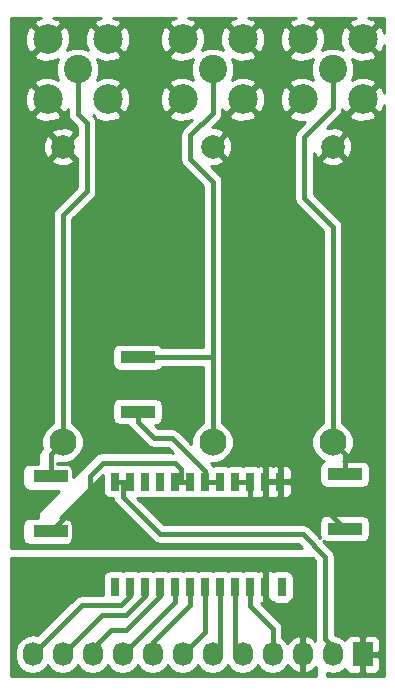
<source format=gbr>
G04 #@! TF.FileFunction,Copper,L1,Top,Signal*
%FSLAX46Y46*%
G04 Gerber Fmt 4.6, Leading zero omitted, Abs format (unit mm)*
G04 Created by KiCad (PCBNEW 4.0.1-stable) date 2/4/2016 3:15:42 PM*
%MOMM*%
G01*
G04 APERTURE LIST*
%ADD10C,0.100000*%
%ADD11R,1.727200X2.032000*%
%ADD12O,1.727200X2.032000*%
%ADD13R,0.762000X1.524000*%
%ADD14C,2.400000*%
%ADD15C,2.500000*%
%ADD16R,3.000000X1.000000*%
%ADD17C,1.998980*%
%ADD18C,2.301240*%
%ADD19C,0.400000*%
%ADD20C,0.254000*%
G04 APERTURE END LIST*
D10*
D11*
X162560000Y-123190000D03*
D12*
X160020000Y-123190000D03*
X157480000Y-123190000D03*
X154940000Y-123190000D03*
X152400000Y-123190000D03*
X149860000Y-123190000D03*
X147320000Y-123190000D03*
X144780000Y-123190000D03*
X142240000Y-123190000D03*
X139700000Y-123190000D03*
X137160000Y-123190000D03*
X134620000Y-123190000D03*
D13*
X141605000Y-117480000D03*
X142875000Y-117480000D03*
X144145000Y-117480000D03*
X145415000Y-117480000D03*
X146685000Y-117480000D03*
X147955000Y-117480000D03*
X149225000Y-117480000D03*
X150495000Y-117480000D03*
X151765000Y-117480000D03*
X153035000Y-117480000D03*
X154305000Y-117480000D03*
X155702000Y-117480000D03*
X141605000Y-108580000D03*
X142875000Y-108580000D03*
X144145000Y-108580000D03*
X145415000Y-108580000D03*
X146685000Y-108580000D03*
X147955000Y-108580000D03*
X149225000Y-108580000D03*
X150495000Y-108580000D03*
X151765000Y-108580000D03*
X153035000Y-108580000D03*
X154305000Y-108580000D03*
X155575000Y-108580000D03*
D14*
X160020000Y-73660000D03*
D15*
X157480000Y-71120000D03*
X162560000Y-71120000D03*
X162560000Y-76200000D03*
X157480000Y-76200000D03*
D14*
X149860000Y-73660000D03*
D15*
X147320000Y-71120000D03*
X152400000Y-71120000D03*
X152400000Y-76200000D03*
X147320000Y-76200000D03*
D14*
X138430000Y-73660000D03*
D15*
X135890000Y-71120000D03*
X140970000Y-71120000D03*
X140970000Y-76200000D03*
X135890000Y-76200000D03*
D16*
X161036000Y-107936000D03*
X161036000Y-112536000D03*
X143510000Y-98030000D03*
X143510000Y-102630000D03*
X136144000Y-108116340D03*
X136144000Y-112716340D03*
D17*
X160020000Y-80210660D03*
D18*
X160020000Y-105209340D03*
D17*
X149860000Y-80210660D03*
D18*
X149860000Y-105209340D03*
D17*
X137160000Y-80210660D03*
D18*
X137160000Y-105209340D03*
D19*
X160020000Y-123190000D02*
X160020000Y-122555000D01*
X160020000Y-122555000D02*
X159385000Y-121920000D01*
X159385000Y-121920000D02*
X159385000Y-114935000D01*
X159385000Y-114935000D02*
X157480000Y-113030000D01*
X157480000Y-113030000D02*
X145415000Y-113030000D01*
X145415000Y-113030000D02*
X142240000Y-109855000D01*
X142240000Y-109855000D02*
X142240000Y-108580000D01*
X141605000Y-108580000D02*
X142240000Y-108580000D01*
X142240000Y-108580000D02*
X142875000Y-108580000D01*
X154305000Y-108580000D02*
X155575000Y-108580000D01*
X154305000Y-117480000D02*
X154305000Y-118364000D01*
X154305000Y-118364000D02*
X155575000Y-119634000D01*
X157480000Y-120777000D02*
X157480000Y-123190000D01*
X156337000Y-119634000D02*
X157480000Y-120777000D01*
X155575000Y-119634000D02*
X156337000Y-119634000D01*
X154305000Y-117480000D02*
X154305000Y-118110000D01*
X153035000Y-117480000D02*
X153035000Y-119126000D01*
X153035000Y-119126000D02*
X154940000Y-121031000D01*
X154940000Y-121031000D02*
X154940000Y-123190000D01*
X151765000Y-117480000D02*
X151765000Y-122555000D01*
X151765000Y-122555000D02*
X152400000Y-123190000D01*
X150495000Y-117480000D02*
X150495000Y-122555000D01*
X150495000Y-122555000D02*
X149860000Y-123190000D01*
X149225000Y-117480000D02*
X149225000Y-121285000D01*
X149225000Y-121285000D02*
X147320000Y-123190000D01*
X147955000Y-117480000D02*
X147955000Y-118999000D01*
X147955000Y-118999000D02*
X144780000Y-122174000D01*
X144780000Y-122174000D02*
X144780000Y-123190000D01*
X146685000Y-117480000D02*
X146685000Y-118745000D01*
X146685000Y-118745000D02*
X142240000Y-123190000D01*
X146685000Y-117480000D02*
X146685000Y-118110000D01*
X145415000Y-117480000D02*
X145415000Y-118237000D01*
X145415000Y-118237000D02*
X142494000Y-121158000D01*
X142494000Y-121158000D02*
X141224000Y-121158000D01*
X141224000Y-121158000D02*
X139700000Y-122682000D01*
X139700000Y-122682000D02*
X139700000Y-123190000D01*
X144145000Y-117480000D02*
X144145000Y-118237000D01*
X144145000Y-118237000D02*
X142494000Y-119888000D01*
X142494000Y-119888000D02*
X140462000Y-119888000D01*
X140462000Y-119888000D02*
X137160000Y-123190000D01*
X142875000Y-117480000D02*
X142875000Y-118237000D01*
X142875000Y-118237000D02*
X142113000Y-118999000D01*
X142113000Y-118999000D02*
X138811000Y-118999000D01*
X138811000Y-118999000D02*
X134620000Y-123190000D01*
X161036000Y-107936000D02*
X161036000Y-106225340D01*
X161036000Y-106225340D02*
X160020000Y-105209340D01*
X160020000Y-73660000D02*
X160020000Y-76962000D01*
X160020000Y-86995000D02*
X160020000Y-105209340D01*
X157607000Y-84582000D02*
X160020000Y-86995000D01*
X157607000Y-79375000D02*
X157607000Y-84582000D01*
X160020000Y-76962000D02*
X157607000Y-79375000D01*
X153035000Y-108580000D02*
X153035000Y-110109000D01*
X159371000Y-110871000D02*
X161036000Y-112536000D01*
X153797000Y-110871000D02*
X159371000Y-110871000D01*
X153035000Y-110109000D02*
X153797000Y-110871000D01*
X151765000Y-108580000D02*
X153035000Y-108580000D01*
X143510000Y-98030000D02*
X149860000Y-98030000D01*
X149860000Y-98030000D02*
X149860000Y-97917000D01*
X149860000Y-105209340D02*
X149860000Y-97917000D01*
X149860000Y-97917000D02*
X149860000Y-83185000D01*
X149860000Y-77343000D02*
X149860000Y-73660000D01*
X147955000Y-79248000D02*
X149860000Y-77343000D01*
X147955000Y-81280000D02*
X147955000Y-79248000D01*
X149860000Y-83185000D02*
X147955000Y-81280000D01*
X149225000Y-108580000D02*
X149225000Y-107696000D01*
X143510000Y-103505000D02*
X143510000Y-102630000D01*
X144907000Y-104902000D02*
X143510000Y-103505000D01*
X146431000Y-104902000D02*
X144907000Y-104902000D01*
X149225000Y-107696000D02*
X146431000Y-104902000D01*
X149225000Y-108580000D02*
X150495000Y-108580000D01*
X136144000Y-108116340D02*
X136144000Y-106225340D01*
X136144000Y-106225340D02*
X137160000Y-105209340D01*
X137160000Y-105209340D02*
X137160000Y-85979000D01*
X138430000Y-77470000D02*
X138430000Y-73660000D01*
X139192000Y-78232000D02*
X138430000Y-77470000D01*
X139192000Y-83947000D02*
X139192000Y-78232000D01*
X137160000Y-85979000D02*
X139192000Y-83947000D01*
X147193000Y-108580000D02*
X147193000Y-107495340D01*
X139446000Y-109414340D02*
X136144000Y-112716340D01*
X139446000Y-108130340D02*
X139446000Y-109414340D01*
X140589000Y-106987340D02*
X139446000Y-108130340D01*
X146685000Y-106987340D02*
X140589000Y-106987340D01*
X147193000Y-107495340D02*
X146685000Y-106987340D01*
X146685000Y-108580000D02*
X147193000Y-108580000D01*
X147193000Y-108580000D02*
X147320000Y-108580000D01*
X147320000Y-108580000D02*
X147955000Y-108580000D01*
D20*
G36*
X134865533Y-69493877D02*
X134736285Y-69786680D01*
X135890000Y-70940395D01*
X137043715Y-69786680D01*
X136914467Y-69493877D01*
X136382271Y-69290000D01*
X140437736Y-69290000D01*
X139945533Y-69493877D01*
X139816285Y-69786680D01*
X140970000Y-70940395D01*
X142123715Y-69786680D01*
X141994467Y-69493877D01*
X141462271Y-69290000D01*
X146787736Y-69290000D01*
X146295533Y-69493877D01*
X146166285Y-69786680D01*
X147320000Y-70940395D01*
X148473715Y-69786680D01*
X148344467Y-69493877D01*
X147812271Y-69290000D01*
X151867736Y-69290000D01*
X151375533Y-69493877D01*
X151246285Y-69786680D01*
X152400000Y-70940395D01*
X153553715Y-69786680D01*
X153424467Y-69493877D01*
X152892271Y-69290000D01*
X156947736Y-69290000D01*
X156455533Y-69493877D01*
X156326285Y-69786680D01*
X157480000Y-70940395D01*
X158633715Y-69786680D01*
X158504467Y-69493877D01*
X157972271Y-69290000D01*
X162027736Y-69290000D01*
X161535533Y-69493877D01*
X161406285Y-69786680D01*
X162560000Y-70940395D01*
X163713715Y-69786680D01*
X163584467Y-69493877D01*
X163052271Y-69290000D01*
X164390000Y-69290000D01*
X164390000Y-70587736D01*
X164186123Y-70095533D01*
X163893320Y-69966285D01*
X162739605Y-71120000D01*
X163893320Y-72273715D01*
X164186123Y-72144467D01*
X164390000Y-71612271D01*
X164390000Y-75667736D01*
X164186123Y-75175533D01*
X163893320Y-75046285D01*
X162739605Y-76200000D01*
X163893320Y-77353715D01*
X164186123Y-77224467D01*
X164390000Y-76692271D01*
X164390000Y-125020000D01*
X159512000Y-125020000D01*
X159512000Y-124772298D01*
X160020000Y-124873345D01*
X160593489Y-124759271D01*
X161079670Y-124434415D01*
X161094500Y-124412220D01*
X161158073Y-124565698D01*
X161336701Y-124744327D01*
X161570090Y-124841000D01*
X162274250Y-124841000D01*
X162433000Y-124682250D01*
X162433000Y-123317000D01*
X162687000Y-123317000D01*
X162687000Y-124682250D01*
X162845750Y-124841000D01*
X163549910Y-124841000D01*
X163783299Y-124744327D01*
X163961927Y-124565698D01*
X164058600Y-124332309D01*
X164058600Y-123475750D01*
X163899850Y-123317000D01*
X162687000Y-123317000D01*
X162433000Y-123317000D01*
X162413000Y-123317000D01*
X162413000Y-123063000D01*
X162433000Y-123063000D01*
X162433000Y-121697750D01*
X162687000Y-121697750D01*
X162687000Y-123063000D01*
X163899850Y-123063000D01*
X164058600Y-122904250D01*
X164058600Y-122047691D01*
X163961927Y-121814302D01*
X163783299Y-121635673D01*
X163549910Y-121539000D01*
X162845750Y-121539000D01*
X162687000Y-121697750D01*
X162433000Y-121697750D01*
X162274250Y-121539000D01*
X161570090Y-121539000D01*
X161336701Y-121635673D01*
X161158073Y-121814302D01*
X161094500Y-121967780D01*
X161079670Y-121945585D01*
X160593489Y-121620729D01*
X160220000Y-121546437D01*
X160220000Y-114935000D01*
X160156439Y-114615459D01*
X159975434Y-114344566D01*
X159218404Y-113587536D01*
X159284110Y-113632431D01*
X159536000Y-113683440D01*
X162536000Y-113683440D01*
X162771317Y-113639162D01*
X162987441Y-113500090D01*
X163132431Y-113287890D01*
X163183440Y-113036000D01*
X163183440Y-112036000D01*
X163139162Y-111800683D01*
X163000090Y-111584559D01*
X162787890Y-111439569D01*
X162536000Y-111388560D01*
X159536000Y-111388560D01*
X159300683Y-111432838D01*
X159084559Y-111571910D01*
X158939569Y-111784110D01*
X158888560Y-112036000D01*
X158888560Y-113036000D01*
X158932838Y-113271317D01*
X158988164Y-113357296D01*
X158070434Y-112439566D01*
X157799541Y-112258561D01*
X157480000Y-112195000D01*
X145760868Y-112195000D01*
X143503312Y-109937444D01*
X143507099Y-109935007D01*
X143512110Y-109938431D01*
X143764000Y-109989440D01*
X144526000Y-109989440D01*
X144761317Y-109945162D01*
X144777099Y-109935007D01*
X144782110Y-109938431D01*
X145034000Y-109989440D01*
X145796000Y-109989440D01*
X146031317Y-109945162D01*
X146047099Y-109935007D01*
X146052110Y-109938431D01*
X146304000Y-109989440D01*
X147066000Y-109989440D01*
X147301317Y-109945162D01*
X147317099Y-109935007D01*
X147322110Y-109938431D01*
X147574000Y-109989440D01*
X148336000Y-109989440D01*
X148571317Y-109945162D01*
X148587099Y-109935007D01*
X148592110Y-109938431D01*
X148844000Y-109989440D01*
X149606000Y-109989440D01*
X149841317Y-109945162D01*
X149857099Y-109935007D01*
X149862110Y-109938431D01*
X150114000Y-109989440D01*
X150876000Y-109989440D01*
X151111317Y-109945162D01*
X151127099Y-109935007D01*
X151132110Y-109938431D01*
X151384000Y-109989440D01*
X152146000Y-109989440D01*
X152381317Y-109945162D01*
X152397099Y-109935007D01*
X152402110Y-109938431D01*
X152654000Y-109989440D01*
X153416000Y-109989440D01*
X153651317Y-109945162D01*
X153678539Y-109927645D01*
X153797691Y-109977000D01*
X154019250Y-109977000D01*
X154178000Y-109818250D01*
X154178000Y-108707000D01*
X154432000Y-108707000D01*
X154432000Y-109818250D01*
X154590750Y-109977000D01*
X154812309Y-109977000D01*
X154940000Y-109924109D01*
X155067691Y-109977000D01*
X155289250Y-109977000D01*
X155448000Y-109818250D01*
X155448000Y-108707000D01*
X155702000Y-108707000D01*
X155702000Y-109818250D01*
X155860750Y-109977000D01*
X156082309Y-109977000D01*
X156315698Y-109880327D01*
X156494327Y-109701699D01*
X156591000Y-109468310D01*
X156591000Y-108865750D01*
X156432250Y-108707000D01*
X155702000Y-108707000D01*
X155448000Y-108707000D01*
X154432000Y-108707000D01*
X154178000Y-108707000D01*
X154158000Y-108707000D01*
X154158000Y-108453000D01*
X154178000Y-108453000D01*
X154178000Y-107341750D01*
X154432000Y-107341750D01*
X154432000Y-108453000D01*
X155448000Y-108453000D01*
X155448000Y-107341750D01*
X155702000Y-107341750D01*
X155702000Y-108453000D01*
X156432250Y-108453000D01*
X156591000Y-108294250D01*
X156591000Y-107691690D01*
X156494327Y-107458301D01*
X156315698Y-107279673D01*
X156082309Y-107183000D01*
X155860750Y-107183000D01*
X155702000Y-107341750D01*
X155448000Y-107341750D01*
X155289250Y-107183000D01*
X155067691Y-107183000D01*
X154940000Y-107235891D01*
X154812309Y-107183000D01*
X154590750Y-107183000D01*
X154432000Y-107341750D01*
X154178000Y-107341750D01*
X154019250Y-107183000D01*
X153797691Y-107183000D01*
X153681737Y-107231030D01*
X153667890Y-107221569D01*
X153416000Y-107170560D01*
X152654000Y-107170560D01*
X152418683Y-107214838D01*
X152402901Y-107224993D01*
X152397890Y-107221569D01*
X152146000Y-107170560D01*
X151384000Y-107170560D01*
X151148683Y-107214838D01*
X151132901Y-107224993D01*
X151127890Y-107221569D01*
X150876000Y-107170560D01*
X150114000Y-107170560D01*
X149887357Y-107213206D01*
X149815434Y-107105566D01*
X149704693Y-106994825D01*
X150213623Y-106995269D01*
X150870151Y-106723997D01*
X151372892Y-106222133D01*
X151645309Y-105566080D01*
X151645929Y-104855717D01*
X151374657Y-104199189D01*
X150872793Y-103696448D01*
X150695000Y-103622622D01*
X150695000Y-83185000D01*
X150631439Y-82865459D01*
X150450434Y-82594566D01*
X149707775Y-81851907D01*
X150245377Y-81832001D01*
X150733958Y-81629625D01*
X150832557Y-81362823D01*
X149860000Y-80390265D01*
X149845858Y-80404408D01*
X149666252Y-80224802D01*
X149680395Y-80210660D01*
X150039605Y-80210660D01*
X151012163Y-81183217D01*
X151278965Y-81084618D01*
X151505401Y-80475078D01*
X151481341Y-79825283D01*
X151278965Y-79336702D01*
X151012163Y-79238103D01*
X150039605Y-80210660D01*
X149680395Y-80210660D01*
X149666252Y-80196518D01*
X149845858Y-80016912D01*
X149860000Y-80031055D01*
X150832557Y-79058497D01*
X150733958Y-78791695D01*
X150124418Y-78565259D01*
X149806850Y-78577018D01*
X150450434Y-77933434D01*
X150584066Y-77733439D01*
X150631439Y-77662541D01*
X150657142Y-77533320D01*
X151246285Y-77533320D01*
X151375533Y-77826123D01*
X152075806Y-78094388D01*
X152825435Y-78074250D01*
X153424467Y-77826123D01*
X153553715Y-77533320D01*
X152400000Y-76379605D01*
X151246285Y-77533320D01*
X150657142Y-77533320D01*
X150695000Y-77343000D01*
X150695000Y-77034041D01*
X150773877Y-77224467D01*
X151066680Y-77353715D01*
X152220395Y-76200000D01*
X152579605Y-76200000D01*
X153733320Y-77353715D01*
X154026123Y-77224467D01*
X154294388Y-76524194D01*
X154276970Y-75875806D01*
X155585612Y-75875806D01*
X155605750Y-76625435D01*
X155853877Y-77224467D01*
X156146680Y-77353715D01*
X157300395Y-76200000D01*
X156146680Y-75046285D01*
X155853877Y-75175533D01*
X155585612Y-75875806D01*
X154276970Y-75875806D01*
X154274250Y-75774565D01*
X154026123Y-75175533D01*
X153733320Y-75046285D01*
X152579605Y-76200000D01*
X152220395Y-76200000D01*
X152206253Y-76185858D01*
X152385858Y-76006253D01*
X152400000Y-76020395D01*
X153553715Y-74866680D01*
X153424467Y-74573877D01*
X152724194Y-74305612D01*
X151974565Y-74325750D01*
X151486524Y-74527903D01*
X151694681Y-74026605D01*
X151695318Y-73296597D01*
X151485231Y-72788147D01*
X152075806Y-73014388D01*
X152825435Y-72994250D01*
X153424467Y-72746123D01*
X153553715Y-72453320D01*
X156326285Y-72453320D01*
X156455533Y-72746123D01*
X157155806Y-73014388D01*
X157905435Y-72994250D01*
X158393476Y-72792097D01*
X158185319Y-73293395D01*
X158184682Y-74023403D01*
X158394769Y-74531853D01*
X157804194Y-74305612D01*
X157054565Y-74325750D01*
X156455533Y-74573877D01*
X156326285Y-74866680D01*
X157480000Y-76020395D01*
X157494143Y-76006253D01*
X157673748Y-76185858D01*
X157659605Y-76200000D01*
X157673748Y-76214143D01*
X157494143Y-76393748D01*
X157480000Y-76379605D01*
X156326285Y-77533320D01*
X156455533Y-77826123D01*
X157155806Y-78094388D01*
X157721953Y-78079179D01*
X157016566Y-78784566D01*
X156835561Y-79055459D01*
X156772000Y-79375000D01*
X156772000Y-84582000D01*
X156835561Y-84901541D01*
X156997567Y-85144000D01*
X157016566Y-85172434D01*
X159185000Y-87340868D01*
X159185000Y-103622312D01*
X159009849Y-103694683D01*
X158507108Y-104196547D01*
X158234691Y-104852600D01*
X158234071Y-105562963D01*
X158505343Y-106219491D01*
X159007207Y-106722232D01*
X159290051Y-106839679D01*
X159084559Y-106971910D01*
X158939569Y-107184110D01*
X158888560Y-107436000D01*
X158888560Y-108436000D01*
X158932838Y-108671317D01*
X159071910Y-108887441D01*
X159284110Y-109032431D01*
X159536000Y-109083440D01*
X162536000Y-109083440D01*
X162771317Y-109039162D01*
X162987441Y-108900090D01*
X163132431Y-108687890D01*
X163183440Y-108436000D01*
X163183440Y-107436000D01*
X163139162Y-107200683D01*
X163000090Y-106984559D01*
X162787890Y-106839569D01*
X162536000Y-106788560D01*
X160873897Y-106788560D01*
X161030151Y-106723997D01*
X161532892Y-106222133D01*
X161805309Y-105566080D01*
X161805929Y-104855717D01*
X161534657Y-104199189D01*
X161032793Y-103696448D01*
X160855000Y-103622622D01*
X160855000Y-86995000D01*
X160791439Y-86675459D01*
X160610434Y-86404566D01*
X158442000Y-84236132D01*
X158442000Y-81362823D01*
X159047443Y-81362823D01*
X159146042Y-81629625D01*
X159755582Y-81856061D01*
X160405377Y-81832001D01*
X160893958Y-81629625D01*
X160992557Y-81362823D01*
X160020000Y-80390265D01*
X159047443Y-81362823D01*
X158442000Y-81362823D01*
X158442000Y-80700672D01*
X158601035Y-81084618D01*
X158867837Y-81183217D01*
X159840395Y-80210660D01*
X160199605Y-80210660D01*
X161172163Y-81183217D01*
X161438965Y-81084618D01*
X161665401Y-80475078D01*
X161641341Y-79825283D01*
X161438965Y-79336702D01*
X161172163Y-79238103D01*
X160199605Y-80210660D01*
X159840395Y-80210660D01*
X159826252Y-80196518D01*
X160005858Y-80016912D01*
X160020000Y-80031055D01*
X160992557Y-79058497D01*
X160893958Y-78791695D01*
X160284418Y-78565259D01*
X159634623Y-78589319D01*
X159530363Y-78632505D01*
X160610434Y-77552434D01*
X160623206Y-77533320D01*
X161406285Y-77533320D01*
X161535533Y-77826123D01*
X162235806Y-78094388D01*
X162985435Y-78074250D01*
X163584467Y-77826123D01*
X163713715Y-77533320D01*
X162560000Y-76379605D01*
X161406285Y-77533320D01*
X160623206Y-77533320D01*
X160791439Y-77281541D01*
X160845319Y-77010669D01*
X160933877Y-77224467D01*
X161226680Y-77353715D01*
X162380395Y-76200000D01*
X162366253Y-76185858D01*
X162545858Y-76006253D01*
X162560000Y-76020395D01*
X163713715Y-74866680D01*
X163584467Y-74573877D01*
X162884194Y-74305612D01*
X162134565Y-74325750D01*
X161646524Y-74527903D01*
X161854681Y-74026605D01*
X161855318Y-73296597D01*
X161645231Y-72788147D01*
X162235806Y-73014388D01*
X162985435Y-72994250D01*
X163584467Y-72746123D01*
X163713715Y-72453320D01*
X162560000Y-71299605D01*
X162545858Y-71313748D01*
X162366253Y-71134143D01*
X162380395Y-71120000D01*
X161226680Y-69966285D01*
X160933877Y-70095533D01*
X160665612Y-70795806D01*
X160685750Y-71545435D01*
X160887903Y-72033476D01*
X160386605Y-71825319D01*
X159656597Y-71824682D01*
X159148147Y-72034769D01*
X159374388Y-71444194D01*
X159354250Y-70694565D01*
X159106123Y-70095533D01*
X158813320Y-69966285D01*
X157659605Y-71120000D01*
X157673748Y-71134143D01*
X157494143Y-71313748D01*
X157480000Y-71299605D01*
X156326285Y-72453320D01*
X153553715Y-72453320D01*
X152400000Y-71299605D01*
X152385858Y-71313748D01*
X152206253Y-71134143D01*
X152220395Y-71120000D01*
X152579605Y-71120000D01*
X153733320Y-72273715D01*
X154026123Y-72144467D01*
X154294388Y-71444194D01*
X154276970Y-70795806D01*
X155585612Y-70795806D01*
X155605750Y-71545435D01*
X155853877Y-72144467D01*
X156146680Y-72273715D01*
X157300395Y-71120000D01*
X156146680Y-69966285D01*
X155853877Y-70095533D01*
X155585612Y-70795806D01*
X154276970Y-70795806D01*
X154274250Y-70694565D01*
X154026123Y-70095533D01*
X153733320Y-69966285D01*
X152579605Y-71120000D01*
X152220395Y-71120000D01*
X151066680Y-69966285D01*
X150773877Y-70095533D01*
X150505612Y-70795806D01*
X150525750Y-71545435D01*
X150727903Y-72033476D01*
X150226605Y-71825319D01*
X149496597Y-71824682D01*
X148988147Y-72034769D01*
X149214388Y-71444194D01*
X149194250Y-70694565D01*
X148946123Y-70095533D01*
X148653320Y-69966285D01*
X147499605Y-71120000D01*
X147513748Y-71134143D01*
X147334143Y-71313748D01*
X147320000Y-71299605D01*
X146166285Y-72453320D01*
X146295533Y-72746123D01*
X146995806Y-73014388D01*
X147745435Y-72994250D01*
X148233476Y-72792097D01*
X148025319Y-73293395D01*
X148024682Y-74023403D01*
X148234769Y-74531853D01*
X147644194Y-74305612D01*
X146894565Y-74325750D01*
X146295533Y-74573877D01*
X146166285Y-74866680D01*
X147320000Y-76020395D01*
X147334143Y-76006253D01*
X147513748Y-76185858D01*
X147499605Y-76200000D01*
X147513748Y-76214143D01*
X147334143Y-76393748D01*
X147320000Y-76379605D01*
X146166285Y-77533320D01*
X146295533Y-77826123D01*
X146995806Y-78094388D01*
X147745435Y-78074250D01*
X148091033Y-77931099D01*
X147364566Y-78657566D01*
X147183561Y-78928459D01*
X147120000Y-79248000D01*
X147120000Y-81280000D01*
X147183561Y-81599541D01*
X147338886Y-81832001D01*
X147364566Y-81870434D01*
X149025000Y-83530868D01*
X149025000Y-97195000D01*
X145549018Y-97195000D01*
X145474090Y-97078559D01*
X145261890Y-96933569D01*
X145010000Y-96882560D01*
X142010000Y-96882560D01*
X141774683Y-96926838D01*
X141558559Y-97065910D01*
X141413569Y-97278110D01*
X141362560Y-97530000D01*
X141362560Y-98530000D01*
X141406838Y-98765317D01*
X141545910Y-98981441D01*
X141758110Y-99126431D01*
X142010000Y-99177440D01*
X145010000Y-99177440D01*
X145245317Y-99133162D01*
X145461441Y-98994090D01*
X145549644Y-98865000D01*
X149025000Y-98865000D01*
X149025000Y-103622312D01*
X148849849Y-103694683D01*
X148347108Y-104196547D01*
X148074691Y-104852600D01*
X148074244Y-105364376D01*
X147021434Y-104311566D01*
X146968863Y-104276439D01*
X146750541Y-104130561D01*
X146431000Y-104067000D01*
X145252868Y-104067000D01*
X144963308Y-103777440D01*
X145010000Y-103777440D01*
X145245317Y-103733162D01*
X145461441Y-103594090D01*
X145606431Y-103381890D01*
X145657440Y-103130000D01*
X145657440Y-102130000D01*
X145613162Y-101894683D01*
X145474090Y-101678559D01*
X145261890Y-101533569D01*
X145010000Y-101482560D01*
X142010000Y-101482560D01*
X141774683Y-101526838D01*
X141558559Y-101665910D01*
X141413569Y-101878110D01*
X141362560Y-102130000D01*
X141362560Y-103130000D01*
X141406838Y-103365317D01*
X141545910Y-103581441D01*
X141758110Y-103726431D01*
X142010000Y-103777440D01*
X142729192Y-103777440D01*
X142738561Y-103824541D01*
X142900567Y-104067000D01*
X142919566Y-104095434D01*
X144316566Y-105492434D01*
X144587459Y-105673439D01*
X144907000Y-105737000D01*
X146085132Y-105737000D01*
X146482672Y-106134540D01*
X146304000Y-106099000D01*
X140462000Y-106099000D01*
X140142459Y-106162561D01*
X140025914Y-106240434D01*
X139871566Y-106343566D01*
X138037440Y-108177692D01*
X138037440Y-107690000D01*
X137993162Y-107454683D01*
X137854090Y-107238559D01*
X137641890Y-107093569D01*
X137390000Y-107042560D01*
X136725000Y-107042560D01*
X136725000Y-106962153D01*
X136803260Y-106994649D01*
X137513623Y-106995269D01*
X138170151Y-106723997D01*
X138672892Y-106222133D01*
X138945309Y-105566080D01*
X138945929Y-104855717D01*
X138674657Y-104199189D01*
X138172793Y-103696448D01*
X137995000Y-103622622D01*
X137995000Y-86324868D01*
X139782434Y-84537434D01*
X139963439Y-84266541D01*
X140027000Y-83947000D01*
X140027000Y-78232000D01*
X139999627Y-78094388D01*
X139963440Y-77912460D01*
X139782434Y-77641566D01*
X139745238Y-77604370D01*
X139816286Y-77533322D01*
X139945533Y-77826123D01*
X140645806Y-78094388D01*
X141395435Y-78074250D01*
X141994467Y-77826123D01*
X142123715Y-77533320D01*
X140970000Y-76379605D01*
X140955858Y-76393748D01*
X140776253Y-76214143D01*
X140790395Y-76200000D01*
X141149605Y-76200000D01*
X142303320Y-77353715D01*
X142596123Y-77224467D01*
X142864388Y-76524194D01*
X142846970Y-75875806D01*
X145425612Y-75875806D01*
X145445750Y-76625435D01*
X145693877Y-77224467D01*
X145986680Y-77353715D01*
X147140395Y-76200000D01*
X145986680Y-75046285D01*
X145693877Y-75175533D01*
X145425612Y-75875806D01*
X142846970Y-75875806D01*
X142844250Y-75774565D01*
X142596123Y-75175533D01*
X142303320Y-75046285D01*
X141149605Y-76200000D01*
X140790395Y-76200000D01*
X140776253Y-76185858D01*
X140955858Y-76006253D01*
X140970000Y-76020395D01*
X142123715Y-74866680D01*
X141994467Y-74573877D01*
X141294194Y-74305612D01*
X140544565Y-74325750D01*
X140056524Y-74527903D01*
X140264681Y-74026605D01*
X140265318Y-73296597D01*
X140055231Y-72788147D01*
X140645806Y-73014388D01*
X141395435Y-72994250D01*
X141994467Y-72746123D01*
X142123715Y-72453320D01*
X140970000Y-71299605D01*
X140955858Y-71313748D01*
X140776253Y-71134143D01*
X140790395Y-71120000D01*
X141149605Y-71120000D01*
X142303320Y-72273715D01*
X142596123Y-72144467D01*
X142864388Y-71444194D01*
X142846970Y-70795806D01*
X145425612Y-70795806D01*
X145445750Y-71545435D01*
X145693877Y-72144467D01*
X145986680Y-72273715D01*
X147140395Y-71120000D01*
X145986680Y-69966285D01*
X145693877Y-70095533D01*
X145425612Y-70795806D01*
X142846970Y-70795806D01*
X142844250Y-70694565D01*
X142596123Y-70095533D01*
X142303320Y-69966285D01*
X141149605Y-71120000D01*
X140790395Y-71120000D01*
X139636680Y-69966285D01*
X139343877Y-70095533D01*
X139075612Y-70795806D01*
X139095750Y-71545435D01*
X139297903Y-72033476D01*
X138796605Y-71825319D01*
X138066597Y-71824682D01*
X137558147Y-72034769D01*
X137784388Y-71444194D01*
X137764250Y-70694565D01*
X137516123Y-70095533D01*
X137223320Y-69966285D01*
X136069605Y-71120000D01*
X136083748Y-71134143D01*
X135904143Y-71313748D01*
X135890000Y-71299605D01*
X134736285Y-72453320D01*
X134865533Y-72746123D01*
X135565806Y-73014388D01*
X136315435Y-72994250D01*
X136803476Y-72792097D01*
X136595319Y-73293395D01*
X136594682Y-74023403D01*
X136804769Y-74531853D01*
X136214194Y-74305612D01*
X135464565Y-74325750D01*
X134865533Y-74573877D01*
X134736285Y-74866680D01*
X135890000Y-76020395D01*
X135904143Y-76006253D01*
X136083748Y-76185858D01*
X136069605Y-76200000D01*
X137223320Y-77353715D01*
X137516123Y-77224467D01*
X137595000Y-77018568D01*
X137595000Y-77470000D01*
X137658561Y-77789541D01*
X137839566Y-78060434D01*
X138357000Y-78577868D01*
X138357000Y-79254673D01*
X138312163Y-79238103D01*
X137339605Y-80210660D01*
X138312163Y-81183217D01*
X138357000Y-81166647D01*
X138357000Y-83601132D01*
X136569566Y-85388566D01*
X136388561Y-85659459D01*
X136325000Y-85979000D01*
X136325000Y-103622312D01*
X136149849Y-103694683D01*
X135647108Y-104196547D01*
X135374691Y-104852600D01*
X135374071Y-105562963D01*
X135447587Y-105740885D01*
X135299566Y-105888906D01*
X135118561Y-106159799D01*
X135055000Y-106479340D01*
X135055000Y-107042560D01*
X134390000Y-107042560D01*
X134154683Y-107086838D01*
X133938559Y-107225910D01*
X133793569Y-107438110D01*
X133742560Y-107690000D01*
X133742560Y-108690000D01*
X133786838Y-108925317D01*
X133925910Y-109141441D01*
X134138110Y-109286431D01*
X134390000Y-109337440D01*
X136877692Y-109337440D01*
X135299566Y-110915566D01*
X135118561Y-111186459D01*
X135055000Y-111506000D01*
X135055000Y-111642560D01*
X134390000Y-111642560D01*
X134154683Y-111686838D01*
X133938559Y-111825910D01*
X133793569Y-112038110D01*
X133742560Y-112290000D01*
X133742560Y-113290000D01*
X133786838Y-113525317D01*
X133925910Y-113741441D01*
X134138110Y-113886431D01*
X134390000Y-113937440D01*
X137390000Y-113937440D01*
X137625317Y-113893162D01*
X137841441Y-113754090D01*
X137986431Y-113541890D01*
X138037440Y-113290000D01*
X138037440Y-112290000D01*
X137993162Y-112054683D01*
X137854090Y-111838559D01*
X137641890Y-111693569D01*
X137390000Y-111642560D01*
X136934308Y-111642560D01*
X140576560Y-108000308D01*
X140576560Y-109342000D01*
X140620838Y-109577317D01*
X140759910Y-109793441D01*
X140972110Y-109938431D01*
X141224000Y-109989440D01*
X141431742Y-109989440D01*
X141468561Y-110174541D01*
X141649566Y-110445434D01*
X144824566Y-113620434D01*
X145095459Y-113801439D01*
X145415000Y-113865000D01*
X157134132Y-113865000D01*
X157442132Y-114173000D01*
X132790000Y-114173000D01*
X132790000Y-81362823D01*
X136187443Y-81362823D01*
X136286042Y-81629625D01*
X136895582Y-81856061D01*
X137545377Y-81832001D01*
X138033958Y-81629625D01*
X138132557Y-81362823D01*
X137160000Y-80390265D01*
X136187443Y-81362823D01*
X132790000Y-81362823D01*
X132790000Y-79946242D01*
X135514599Y-79946242D01*
X135538659Y-80596037D01*
X135741035Y-81084618D01*
X136007837Y-81183217D01*
X136980395Y-80210660D01*
X136007837Y-79238103D01*
X135741035Y-79336702D01*
X135514599Y-79946242D01*
X132790000Y-79946242D01*
X132790000Y-79058497D01*
X136187443Y-79058497D01*
X137160000Y-80031055D01*
X138132557Y-79058497D01*
X138033958Y-78791695D01*
X137424418Y-78565259D01*
X136774623Y-78589319D01*
X136286042Y-78791695D01*
X136187443Y-79058497D01*
X132790000Y-79058497D01*
X132790000Y-77533320D01*
X134736285Y-77533320D01*
X134865533Y-77826123D01*
X135565806Y-78094388D01*
X136315435Y-78074250D01*
X136914467Y-77826123D01*
X137043715Y-77533320D01*
X135890000Y-76379605D01*
X134736285Y-77533320D01*
X132790000Y-77533320D01*
X132790000Y-75875806D01*
X133995612Y-75875806D01*
X134015750Y-76625435D01*
X134263877Y-77224467D01*
X134556680Y-77353715D01*
X135710395Y-76200000D01*
X134556680Y-75046285D01*
X134263877Y-75175533D01*
X133995612Y-75875806D01*
X132790000Y-75875806D01*
X132790000Y-70795806D01*
X133995612Y-70795806D01*
X134015750Y-71545435D01*
X134263877Y-72144467D01*
X134556680Y-72273715D01*
X135710395Y-71120000D01*
X134556680Y-69966285D01*
X134263877Y-70095533D01*
X133995612Y-70795806D01*
X132790000Y-70795806D01*
X132790000Y-69290000D01*
X135357736Y-69290000D01*
X134865533Y-69493877D01*
X134865533Y-69493877D01*
G37*
X134865533Y-69493877D02*
X134736285Y-69786680D01*
X135890000Y-70940395D01*
X137043715Y-69786680D01*
X136914467Y-69493877D01*
X136382271Y-69290000D01*
X140437736Y-69290000D01*
X139945533Y-69493877D01*
X139816285Y-69786680D01*
X140970000Y-70940395D01*
X142123715Y-69786680D01*
X141994467Y-69493877D01*
X141462271Y-69290000D01*
X146787736Y-69290000D01*
X146295533Y-69493877D01*
X146166285Y-69786680D01*
X147320000Y-70940395D01*
X148473715Y-69786680D01*
X148344467Y-69493877D01*
X147812271Y-69290000D01*
X151867736Y-69290000D01*
X151375533Y-69493877D01*
X151246285Y-69786680D01*
X152400000Y-70940395D01*
X153553715Y-69786680D01*
X153424467Y-69493877D01*
X152892271Y-69290000D01*
X156947736Y-69290000D01*
X156455533Y-69493877D01*
X156326285Y-69786680D01*
X157480000Y-70940395D01*
X158633715Y-69786680D01*
X158504467Y-69493877D01*
X157972271Y-69290000D01*
X162027736Y-69290000D01*
X161535533Y-69493877D01*
X161406285Y-69786680D01*
X162560000Y-70940395D01*
X163713715Y-69786680D01*
X163584467Y-69493877D01*
X163052271Y-69290000D01*
X164390000Y-69290000D01*
X164390000Y-70587736D01*
X164186123Y-70095533D01*
X163893320Y-69966285D01*
X162739605Y-71120000D01*
X163893320Y-72273715D01*
X164186123Y-72144467D01*
X164390000Y-71612271D01*
X164390000Y-75667736D01*
X164186123Y-75175533D01*
X163893320Y-75046285D01*
X162739605Y-76200000D01*
X163893320Y-77353715D01*
X164186123Y-77224467D01*
X164390000Y-76692271D01*
X164390000Y-125020000D01*
X159512000Y-125020000D01*
X159512000Y-124772298D01*
X160020000Y-124873345D01*
X160593489Y-124759271D01*
X161079670Y-124434415D01*
X161094500Y-124412220D01*
X161158073Y-124565698D01*
X161336701Y-124744327D01*
X161570090Y-124841000D01*
X162274250Y-124841000D01*
X162433000Y-124682250D01*
X162433000Y-123317000D01*
X162687000Y-123317000D01*
X162687000Y-124682250D01*
X162845750Y-124841000D01*
X163549910Y-124841000D01*
X163783299Y-124744327D01*
X163961927Y-124565698D01*
X164058600Y-124332309D01*
X164058600Y-123475750D01*
X163899850Y-123317000D01*
X162687000Y-123317000D01*
X162433000Y-123317000D01*
X162413000Y-123317000D01*
X162413000Y-123063000D01*
X162433000Y-123063000D01*
X162433000Y-121697750D01*
X162687000Y-121697750D01*
X162687000Y-123063000D01*
X163899850Y-123063000D01*
X164058600Y-122904250D01*
X164058600Y-122047691D01*
X163961927Y-121814302D01*
X163783299Y-121635673D01*
X163549910Y-121539000D01*
X162845750Y-121539000D01*
X162687000Y-121697750D01*
X162433000Y-121697750D01*
X162274250Y-121539000D01*
X161570090Y-121539000D01*
X161336701Y-121635673D01*
X161158073Y-121814302D01*
X161094500Y-121967780D01*
X161079670Y-121945585D01*
X160593489Y-121620729D01*
X160220000Y-121546437D01*
X160220000Y-114935000D01*
X160156439Y-114615459D01*
X159975434Y-114344566D01*
X159218404Y-113587536D01*
X159284110Y-113632431D01*
X159536000Y-113683440D01*
X162536000Y-113683440D01*
X162771317Y-113639162D01*
X162987441Y-113500090D01*
X163132431Y-113287890D01*
X163183440Y-113036000D01*
X163183440Y-112036000D01*
X163139162Y-111800683D01*
X163000090Y-111584559D01*
X162787890Y-111439569D01*
X162536000Y-111388560D01*
X159536000Y-111388560D01*
X159300683Y-111432838D01*
X159084559Y-111571910D01*
X158939569Y-111784110D01*
X158888560Y-112036000D01*
X158888560Y-113036000D01*
X158932838Y-113271317D01*
X158988164Y-113357296D01*
X158070434Y-112439566D01*
X157799541Y-112258561D01*
X157480000Y-112195000D01*
X145760868Y-112195000D01*
X143503312Y-109937444D01*
X143507099Y-109935007D01*
X143512110Y-109938431D01*
X143764000Y-109989440D01*
X144526000Y-109989440D01*
X144761317Y-109945162D01*
X144777099Y-109935007D01*
X144782110Y-109938431D01*
X145034000Y-109989440D01*
X145796000Y-109989440D01*
X146031317Y-109945162D01*
X146047099Y-109935007D01*
X146052110Y-109938431D01*
X146304000Y-109989440D01*
X147066000Y-109989440D01*
X147301317Y-109945162D01*
X147317099Y-109935007D01*
X147322110Y-109938431D01*
X147574000Y-109989440D01*
X148336000Y-109989440D01*
X148571317Y-109945162D01*
X148587099Y-109935007D01*
X148592110Y-109938431D01*
X148844000Y-109989440D01*
X149606000Y-109989440D01*
X149841317Y-109945162D01*
X149857099Y-109935007D01*
X149862110Y-109938431D01*
X150114000Y-109989440D01*
X150876000Y-109989440D01*
X151111317Y-109945162D01*
X151127099Y-109935007D01*
X151132110Y-109938431D01*
X151384000Y-109989440D01*
X152146000Y-109989440D01*
X152381317Y-109945162D01*
X152397099Y-109935007D01*
X152402110Y-109938431D01*
X152654000Y-109989440D01*
X153416000Y-109989440D01*
X153651317Y-109945162D01*
X153678539Y-109927645D01*
X153797691Y-109977000D01*
X154019250Y-109977000D01*
X154178000Y-109818250D01*
X154178000Y-108707000D01*
X154432000Y-108707000D01*
X154432000Y-109818250D01*
X154590750Y-109977000D01*
X154812309Y-109977000D01*
X154940000Y-109924109D01*
X155067691Y-109977000D01*
X155289250Y-109977000D01*
X155448000Y-109818250D01*
X155448000Y-108707000D01*
X155702000Y-108707000D01*
X155702000Y-109818250D01*
X155860750Y-109977000D01*
X156082309Y-109977000D01*
X156315698Y-109880327D01*
X156494327Y-109701699D01*
X156591000Y-109468310D01*
X156591000Y-108865750D01*
X156432250Y-108707000D01*
X155702000Y-108707000D01*
X155448000Y-108707000D01*
X154432000Y-108707000D01*
X154178000Y-108707000D01*
X154158000Y-108707000D01*
X154158000Y-108453000D01*
X154178000Y-108453000D01*
X154178000Y-107341750D01*
X154432000Y-107341750D01*
X154432000Y-108453000D01*
X155448000Y-108453000D01*
X155448000Y-107341750D01*
X155702000Y-107341750D01*
X155702000Y-108453000D01*
X156432250Y-108453000D01*
X156591000Y-108294250D01*
X156591000Y-107691690D01*
X156494327Y-107458301D01*
X156315698Y-107279673D01*
X156082309Y-107183000D01*
X155860750Y-107183000D01*
X155702000Y-107341750D01*
X155448000Y-107341750D01*
X155289250Y-107183000D01*
X155067691Y-107183000D01*
X154940000Y-107235891D01*
X154812309Y-107183000D01*
X154590750Y-107183000D01*
X154432000Y-107341750D01*
X154178000Y-107341750D01*
X154019250Y-107183000D01*
X153797691Y-107183000D01*
X153681737Y-107231030D01*
X153667890Y-107221569D01*
X153416000Y-107170560D01*
X152654000Y-107170560D01*
X152418683Y-107214838D01*
X152402901Y-107224993D01*
X152397890Y-107221569D01*
X152146000Y-107170560D01*
X151384000Y-107170560D01*
X151148683Y-107214838D01*
X151132901Y-107224993D01*
X151127890Y-107221569D01*
X150876000Y-107170560D01*
X150114000Y-107170560D01*
X149887357Y-107213206D01*
X149815434Y-107105566D01*
X149704693Y-106994825D01*
X150213623Y-106995269D01*
X150870151Y-106723997D01*
X151372892Y-106222133D01*
X151645309Y-105566080D01*
X151645929Y-104855717D01*
X151374657Y-104199189D01*
X150872793Y-103696448D01*
X150695000Y-103622622D01*
X150695000Y-83185000D01*
X150631439Y-82865459D01*
X150450434Y-82594566D01*
X149707775Y-81851907D01*
X150245377Y-81832001D01*
X150733958Y-81629625D01*
X150832557Y-81362823D01*
X149860000Y-80390265D01*
X149845858Y-80404408D01*
X149666252Y-80224802D01*
X149680395Y-80210660D01*
X150039605Y-80210660D01*
X151012163Y-81183217D01*
X151278965Y-81084618D01*
X151505401Y-80475078D01*
X151481341Y-79825283D01*
X151278965Y-79336702D01*
X151012163Y-79238103D01*
X150039605Y-80210660D01*
X149680395Y-80210660D01*
X149666252Y-80196518D01*
X149845858Y-80016912D01*
X149860000Y-80031055D01*
X150832557Y-79058497D01*
X150733958Y-78791695D01*
X150124418Y-78565259D01*
X149806850Y-78577018D01*
X150450434Y-77933434D01*
X150584066Y-77733439D01*
X150631439Y-77662541D01*
X150657142Y-77533320D01*
X151246285Y-77533320D01*
X151375533Y-77826123D01*
X152075806Y-78094388D01*
X152825435Y-78074250D01*
X153424467Y-77826123D01*
X153553715Y-77533320D01*
X152400000Y-76379605D01*
X151246285Y-77533320D01*
X150657142Y-77533320D01*
X150695000Y-77343000D01*
X150695000Y-77034041D01*
X150773877Y-77224467D01*
X151066680Y-77353715D01*
X152220395Y-76200000D01*
X152579605Y-76200000D01*
X153733320Y-77353715D01*
X154026123Y-77224467D01*
X154294388Y-76524194D01*
X154276970Y-75875806D01*
X155585612Y-75875806D01*
X155605750Y-76625435D01*
X155853877Y-77224467D01*
X156146680Y-77353715D01*
X157300395Y-76200000D01*
X156146680Y-75046285D01*
X155853877Y-75175533D01*
X155585612Y-75875806D01*
X154276970Y-75875806D01*
X154274250Y-75774565D01*
X154026123Y-75175533D01*
X153733320Y-75046285D01*
X152579605Y-76200000D01*
X152220395Y-76200000D01*
X152206253Y-76185858D01*
X152385858Y-76006253D01*
X152400000Y-76020395D01*
X153553715Y-74866680D01*
X153424467Y-74573877D01*
X152724194Y-74305612D01*
X151974565Y-74325750D01*
X151486524Y-74527903D01*
X151694681Y-74026605D01*
X151695318Y-73296597D01*
X151485231Y-72788147D01*
X152075806Y-73014388D01*
X152825435Y-72994250D01*
X153424467Y-72746123D01*
X153553715Y-72453320D01*
X156326285Y-72453320D01*
X156455533Y-72746123D01*
X157155806Y-73014388D01*
X157905435Y-72994250D01*
X158393476Y-72792097D01*
X158185319Y-73293395D01*
X158184682Y-74023403D01*
X158394769Y-74531853D01*
X157804194Y-74305612D01*
X157054565Y-74325750D01*
X156455533Y-74573877D01*
X156326285Y-74866680D01*
X157480000Y-76020395D01*
X157494143Y-76006253D01*
X157673748Y-76185858D01*
X157659605Y-76200000D01*
X157673748Y-76214143D01*
X157494143Y-76393748D01*
X157480000Y-76379605D01*
X156326285Y-77533320D01*
X156455533Y-77826123D01*
X157155806Y-78094388D01*
X157721953Y-78079179D01*
X157016566Y-78784566D01*
X156835561Y-79055459D01*
X156772000Y-79375000D01*
X156772000Y-84582000D01*
X156835561Y-84901541D01*
X156997567Y-85144000D01*
X157016566Y-85172434D01*
X159185000Y-87340868D01*
X159185000Y-103622312D01*
X159009849Y-103694683D01*
X158507108Y-104196547D01*
X158234691Y-104852600D01*
X158234071Y-105562963D01*
X158505343Y-106219491D01*
X159007207Y-106722232D01*
X159290051Y-106839679D01*
X159084559Y-106971910D01*
X158939569Y-107184110D01*
X158888560Y-107436000D01*
X158888560Y-108436000D01*
X158932838Y-108671317D01*
X159071910Y-108887441D01*
X159284110Y-109032431D01*
X159536000Y-109083440D01*
X162536000Y-109083440D01*
X162771317Y-109039162D01*
X162987441Y-108900090D01*
X163132431Y-108687890D01*
X163183440Y-108436000D01*
X163183440Y-107436000D01*
X163139162Y-107200683D01*
X163000090Y-106984559D01*
X162787890Y-106839569D01*
X162536000Y-106788560D01*
X160873897Y-106788560D01*
X161030151Y-106723997D01*
X161532892Y-106222133D01*
X161805309Y-105566080D01*
X161805929Y-104855717D01*
X161534657Y-104199189D01*
X161032793Y-103696448D01*
X160855000Y-103622622D01*
X160855000Y-86995000D01*
X160791439Y-86675459D01*
X160610434Y-86404566D01*
X158442000Y-84236132D01*
X158442000Y-81362823D01*
X159047443Y-81362823D01*
X159146042Y-81629625D01*
X159755582Y-81856061D01*
X160405377Y-81832001D01*
X160893958Y-81629625D01*
X160992557Y-81362823D01*
X160020000Y-80390265D01*
X159047443Y-81362823D01*
X158442000Y-81362823D01*
X158442000Y-80700672D01*
X158601035Y-81084618D01*
X158867837Y-81183217D01*
X159840395Y-80210660D01*
X160199605Y-80210660D01*
X161172163Y-81183217D01*
X161438965Y-81084618D01*
X161665401Y-80475078D01*
X161641341Y-79825283D01*
X161438965Y-79336702D01*
X161172163Y-79238103D01*
X160199605Y-80210660D01*
X159840395Y-80210660D01*
X159826252Y-80196518D01*
X160005858Y-80016912D01*
X160020000Y-80031055D01*
X160992557Y-79058497D01*
X160893958Y-78791695D01*
X160284418Y-78565259D01*
X159634623Y-78589319D01*
X159530363Y-78632505D01*
X160610434Y-77552434D01*
X160623206Y-77533320D01*
X161406285Y-77533320D01*
X161535533Y-77826123D01*
X162235806Y-78094388D01*
X162985435Y-78074250D01*
X163584467Y-77826123D01*
X163713715Y-77533320D01*
X162560000Y-76379605D01*
X161406285Y-77533320D01*
X160623206Y-77533320D01*
X160791439Y-77281541D01*
X160845319Y-77010669D01*
X160933877Y-77224467D01*
X161226680Y-77353715D01*
X162380395Y-76200000D01*
X162366253Y-76185858D01*
X162545858Y-76006253D01*
X162560000Y-76020395D01*
X163713715Y-74866680D01*
X163584467Y-74573877D01*
X162884194Y-74305612D01*
X162134565Y-74325750D01*
X161646524Y-74527903D01*
X161854681Y-74026605D01*
X161855318Y-73296597D01*
X161645231Y-72788147D01*
X162235806Y-73014388D01*
X162985435Y-72994250D01*
X163584467Y-72746123D01*
X163713715Y-72453320D01*
X162560000Y-71299605D01*
X162545858Y-71313748D01*
X162366253Y-71134143D01*
X162380395Y-71120000D01*
X161226680Y-69966285D01*
X160933877Y-70095533D01*
X160665612Y-70795806D01*
X160685750Y-71545435D01*
X160887903Y-72033476D01*
X160386605Y-71825319D01*
X159656597Y-71824682D01*
X159148147Y-72034769D01*
X159374388Y-71444194D01*
X159354250Y-70694565D01*
X159106123Y-70095533D01*
X158813320Y-69966285D01*
X157659605Y-71120000D01*
X157673748Y-71134143D01*
X157494143Y-71313748D01*
X157480000Y-71299605D01*
X156326285Y-72453320D01*
X153553715Y-72453320D01*
X152400000Y-71299605D01*
X152385858Y-71313748D01*
X152206253Y-71134143D01*
X152220395Y-71120000D01*
X152579605Y-71120000D01*
X153733320Y-72273715D01*
X154026123Y-72144467D01*
X154294388Y-71444194D01*
X154276970Y-70795806D01*
X155585612Y-70795806D01*
X155605750Y-71545435D01*
X155853877Y-72144467D01*
X156146680Y-72273715D01*
X157300395Y-71120000D01*
X156146680Y-69966285D01*
X155853877Y-70095533D01*
X155585612Y-70795806D01*
X154276970Y-70795806D01*
X154274250Y-70694565D01*
X154026123Y-70095533D01*
X153733320Y-69966285D01*
X152579605Y-71120000D01*
X152220395Y-71120000D01*
X151066680Y-69966285D01*
X150773877Y-70095533D01*
X150505612Y-70795806D01*
X150525750Y-71545435D01*
X150727903Y-72033476D01*
X150226605Y-71825319D01*
X149496597Y-71824682D01*
X148988147Y-72034769D01*
X149214388Y-71444194D01*
X149194250Y-70694565D01*
X148946123Y-70095533D01*
X148653320Y-69966285D01*
X147499605Y-71120000D01*
X147513748Y-71134143D01*
X147334143Y-71313748D01*
X147320000Y-71299605D01*
X146166285Y-72453320D01*
X146295533Y-72746123D01*
X146995806Y-73014388D01*
X147745435Y-72994250D01*
X148233476Y-72792097D01*
X148025319Y-73293395D01*
X148024682Y-74023403D01*
X148234769Y-74531853D01*
X147644194Y-74305612D01*
X146894565Y-74325750D01*
X146295533Y-74573877D01*
X146166285Y-74866680D01*
X147320000Y-76020395D01*
X147334143Y-76006253D01*
X147513748Y-76185858D01*
X147499605Y-76200000D01*
X147513748Y-76214143D01*
X147334143Y-76393748D01*
X147320000Y-76379605D01*
X146166285Y-77533320D01*
X146295533Y-77826123D01*
X146995806Y-78094388D01*
X147745435Y-78074250D01*
X148091033Y-77931099D01*
X147364566Y-78657566D01*
X147183561Y-78928459D01*
X147120000Y-79248000D01*
X147120000Y-81280000D01*
X147183561Y-81599541D01*
X147338886Y-81832001D01*
X147364566Y-81870434D01*
X149025000Y-83530868D01*
X149025000Y-97195000D01*
X145549018Y-97195000D01*
X145474090Y-97078559D01*
X145261890Y-96933569D01*
X145010000Y-96882560D01*
X142010000Y-96882560D01*
X141774683Y-96926838D01*
X141558559Y-97065910D01*
X141413569Y-97278110D01*
X141362560Y-97530000D01*
X141362560Y-98530000D01*
X141406838Y-98765317D01*
X141545910Y-98981441D01*
X141758110Y-99126431D01*
X142010000Y-99177440D01*
X145010000Y-99177440D01*
X145245317Y-99133162D01*
X145461441Y-98994090D01*
X145549644Y-98865000D01*
X149025000Y-98865000D01*
X149025000Y-103622312D01*
X148849849Y-103694683D01*
X148347108Y-104196547D01*
X148074691Y-104852600D01*
X148074244Y-105364376D01*
X147021434Y-104311566D01*
X146968863Y-104276439D01*
X146750541Y-104130561D01*
X146431000Y-104067000D01*
X145252868Y-104067000D01*
X144963308Y-103777440D01*
X145010000Y-103777440D01*
X145245317Y-103733162D01*
X145461441Y-103594090D01*
X145606431Y-103381890D01*
X145657440Y-103130000D01*
X145657440Y-102130000D01*
X145613162Y-101894683D01*
X145474090Y-101678559D01*
X145261890Y-101533569D01*
X145010000Y-101482560D01*
X142010000Y-101482560D01*
X141774683Y-101526838D01*
X141558559Y-101665910D01*
X141413569Y-101878110D01*
X141362560Y-102130000D01*
X141362560Y-103130000D01*
X141406838Y-103365317D01*
X141545910Y-103581441D01*
X141758110Y-103726431D01*
X142010000Y-103777440D01*
X142729192Y-103777440D01*
X142738561Y-103824541D01*
X142900567Y-104067000D01*
X142919566Y-104095434D01*
X144316566Y-105492434D01*
X144587459Y-105673439D01*
X144907000Y-105737000D01*
X146085132Y-105737000D01*
X146482672Y-106134540D01*
X146304000Y-106099000D01*
X140462000Y-106099000D01*
X140142459Y-106162561D01*
X140025914Y-106240434D01*
X139871566Y-106343566D01*
X138037440Y-108177692D01*
X138037440Y-107690000D01*
X137993162Y-107454683D01*
X137854090Y-107238559D01*
X137641890Y-107093569D01*
X137390000Y-107042560D01*
X136725000Y-107042560D01*
X136725000Y-106962153D01*
X136803260Y-106994649D01*
X137513623Y-106995269D01*
X138170151Y-106723997D01*
X138672892Y-106222133D01*
X138945309Y-105566080D01*
X138945929Y-104855717D01*
X138674657Y-104199189D01*
X138172793Y-103696448D01*
X137995000Y-103622622D01*
X137995000Y-86324868D01*
X139782434Y-84537434D01*
X139963439Y-84266541D01*
X140027000Y-83947000D01*
X140027000Y-78232000D01*
X139999627Y-78094388D01*
X139963440Y-77912460D01*
X139782434Y-77641566D01*
X139745238Y-77604370D01*
X139816286Y-77533322D01*
X139945533Y-77826123D01*
X140645806Y-78094388D01*
X141395435Y-78074250D01*
X141994467Y-77826123D01*
X142123715Y-77533320D01*
X140970000Y-76379605D01*
X140955858Y-76393748D01*
X140776253Y-76214143D01*
X140790395Y-76200000D01*
X141149605Y-76200000D01*
X142303320Y-77353715D01*
X142596123Y-77224467D01*
X142864388Y-76524194D01*
X142846970Y-75875806D01*
X145425612Y-75875806D01*
X145445750Y-76625435D01*
X145693877Y-77224467D01*
X145986680Y-77353715D01*
X147140395Y-76200000D01*
X145986680Y-75046285D01*
X145693877Y-75175533D01*
X145425612Y-75875806D01*
X142846970Y-75875806D01*
X142844250Y-75774565D01*
X142596123Y-75175533D01*
X142303320Y-75046285D01*
X141149605Y-76200000D01*
X140790395Y-76200000D01*
X140776253Y-76185858D01*
X140955858Y-76006253D01*
X140970000Y-76020395D01*
X142123715Y-74866680D01*
X141994467Y-74573877D01*
X141294194Y-74305612D01*
X140544565Y-74325750D01*
X140056524Y-74527903D01*
X140264681Y-74026605D01*
X140265318Y-73296597D01*
X140055231Y-72788147D01*
X140645806Y-73014388D01*
X141395435Y-72994250D01*
X141994467Y-72746123D01*
X142123715Y-72453320D01*
X140970000Y-71299605D01*
X140955858Y-71313748D01*
X140776253Y-71134143D01*
X140790395Y-71120000D01*
X141149605Y-71120000D01*
X142303320Y-72273715D01*
X142596123Y-72144467D01*
X142864388Y-71444194D01*
X142846970Y-70795806D01*
X145425612Y-70795806D01*
X145445750Y-71545435D01*
X145693877Y-72144467D01*
X145986680Y-72273715D01*
X147140395Y-71120000D01*
X145986680Y-69966285D01*
X145693877Y-70095533D01*
X145425612Y-70795806D01*
X142846970Y-70795806D01*
X142844250Y-70694565D01*
X142596123Y-70095533D01*
X142303320Y-69966285D01*
X141149605Y-71120000D01*
X140790395Y-71120000D01*
X139636680Y-69966285D01*
X139343877Y-70095533D01*
X139075612Y-70795806D01*
X139095750Y-71545435D01*
X139297903Y-72033476D01*
X138796605Y-71825319D01*
X138066597Y-71824682D01*
X137558147Y-72034769D01*
X137784388Y-71444194D01*
X137764250Y-70694565D01*
X137516123Y-70095533D01*
X137223320Y-69966285D01*
X136069605Y-71120000D01*
X136083748Y-71134143D01*
X135904143Y-71313748D01*
X135890000Y-71299605D01*
X134736285Y-72453320D01*
X134865533Y-72746123D01*
X135565806Y-73014388D01*
X136315435Y-72994250D01*
X136803476Y-72792097D01*
X136595319Y-73293395D01*
X136594682Y-74023403D01*
X136804769Y-74531853D01*
X136214194Y-74305612D01*
X135464565Y-74325750D01*
X134865533Y-74573877D01*
X134736285Y-74866680D01*
X135890000Y-76020395D01*
X135904143Y-76006253D01*
X136083748Y-76185858D01*
X136069605Y-76200000D01*
X137223320Y-77353715D01*
X137516123Y-77224467D01*
X137595000Y-77018568D01*
X137595000Y-77470000D01*
X137658561Y-77789541D01*
X137839566Y-78060434D01*
X138357000Y-78577868D01*
X138357000Y-79254673D01*
X138312163Y-79238103D01*
X137339605Y-80210660D01*
X138312163Y-81183217D01*
X138357000Y-81166647D01*
X138357000Y-83601132D01*
X136569566Y-85388566D01*
X136388561Y-85659459D01*
X136325000Y-85979000D01*
X136325000Y-103622312D01*
X136149849Y-103694683D01*
X135647108Y-104196547D01*
X135374691Y-104852600D01*
X135374071Y-105562963D01*
X135447587Y-105740885D01*
X135299566Y-105888906D01*
X135118561Y-106159799D01*
X135055000Y-106479340D01*
X135055000Y-107042560D01*
X134390000Y-107042560D01*
X134154683Y-107086838D01*
X133938559Y-107225910D01*
X133793569Y-107438110D01*
X133742560Y-107690000D01*
X133742560Y-108690000D01*
X133786838Y-108925317D01*
X133925910Y-109141441D01*
X134138110Y-109286431D01*
X134390000Y-109337440D01*
X136877692Y-109337440D01*
X135299566Y-110915566D01*
X135118561Y-111186459D01*
X135055000Y-111506000D01*
X135055000Y-111642560D01*
X134390000Y-111642560D01*
X134154683Y-111686838D01*
X133938559Y-111825910D01*
X133793569Y-112038110D01*
X133742560Y-112290000D01*
X133742560Y-113290000D01*
X133786838Y-113525317D01*
X133925910Y-113741441D01*
X134138110Y-113886431D01*
X134390000Y-113937440D01*
X137390000Y-113937440D01*
X137625317Y-113893162D01*
X137841441Y-113754090D01*
X137986431Y-113541890D01*
X138037440Y-113290000D01*
X138037440Y-112290000D01*
X137993162Y-112054683D01*
X137854090Y-111838559D01*
X137641890Y-111693569D01*
X137390000Y-111642560D01*
X136934308Y-111642560D01*
X140576560Y-108000308D01*
X140576560Y-109342000D01*
X140620838Y-109577317D01*
X140759910Y-109793441D01*
X140972110Y-109938431D01*
X141224000Y-109989440D01*
X141431742Y-109989440D01*
X141468561Y-110174541D01*
X141649566Y-110445434D01*
X144824566Y-113620434D01*
X145095459Y-113801439D01*
X145415000Y-113865000D01*
X157134132Y-113865000D01*
X157442132Y-114173000D01*
X132790000Y-114173000D01*
X132790000Y-81362823D01*
X136187443Y-81362823D01*
X136286042Y-81629625D01*
X136895582Y-81856061D01*
X137545377Y-81832001D01*
X138033958Y-81629625D01*
X138132557Y-81362823D01*
X137160000Y-80390265D01*
X136187443Y-81362823D01*
X132790000Y-81362823D01*
X132790000Y-79946242D01*
X135514599Y-79946242D01*
X135538659Y-80596037D01*
X135741035Y-81084618D01*
X136007837Y-81183217D01*
X136980395Y-80210660D01*
X136007837Y-79238103D01*
X135741035Y-79336702D01*
X135514599Y-79946242D01*
X132790000Y-79946242D01*
X132790000Y-79058497D01*
X136187443Y-79058497D01*
X137160000Y-80031055D01*
X138132557Y-79058497D01*
X138033958Y-78791695D01*
X137424418Y-78565259D01*
X136774623Y-78589319D01*
X136286042Y-78791695D01*
X136187443Y-79058497D01*
X132790000Y-79058497D01*
X132790000Y-77533320D01*
X134736285Y-77533320D01*
X134865533Y-77826123D01*
X135565806Y-78094388D01*
X136315435Y-78074250D01*
X136914467Y-77826123D01*
X137043715Y-77533320D01*
X135890000Y-76379605D01*
X134736285Y-77533320D01*
X132790000Y-77533320D01*
X132790000Y-75875806D01*
X133995612Y-75875806D01*
X134015750Y-76625435D01*
X134263877Y-77224467D01*
X134556680Y-77353715D01*
X135710395Y-76200000D01*
X134556680Y-75046285D01*
X134263877Y-75175533D01*
X133995612Y-75875806D01*
X132790000Y-75875806D01*
X132790000Y-70795806D01*
X133995612Y-70795806D01*
X134015750Y-71545435D01*
X134263877Y-72144467D01*
X134556680Y-72273715D01*
X135710395Y-71120000D01*
X134556680Y-69966285D01*
X134263877Y-70095533D01*
X133995612Y-70795806D01*
X132790000Y-70795806D01*
X132790000Y-69290000D01*
X135357736Y-69290000D01*
X134865533Y-69493877D01*
G36*
X158550000Y-115280868D02*
X158550000Y-121920000D01*
X158577446Y-122057979D01*
X158382036Y-121839268D01*
X157854791Y-121585291D01*
X157839026Y-121582642D01*
X157607000Y-121703783D01*
X157607000Y-123063000D01*
X157627000Y-123063000D01*
X157627000Y-123317000D01*
X157607000Y-123317000D01*
X157607000Y-124676217D01*
X157839026Y-124797358D01*
X157854791Y-124794709D01*
X158382036Y-124540732D01*
X158623000Y-124271035D01*
X158623000Y-125020000D01*
X132790000Y-125020000D01*
X132790000Y-123005255D01*
X133121400Y-123005255D01*
X133121400Y-123374745D01*
X133235474Y-123948234D01*
X133560330Y-124434415D01*
X134046511Y-124759271D01*
X134620000Y-124873345D01*
X135193489Y-124759271D01*
X135679670Y-124434415D01*
X135890000Y-124119634D01*
X136100330Y-124434415D01*
X136586511Y-124759271D01*
X137160000Y-124873345D01*
X137733489Y-124759271D01*
X138219670Y-124434415D01*
X138430000Y-124119634D01*
X138640330Y-124434415D01*
X139126511Y-124759271D01*
X139700000Y-124873345D01*
X140273489Y-124759271D01*
X140759670Y-124434415D01*
X140970000Y-124119634D01*
X141180330Y-124434415D01*
X141666511Y-124759271D01*
X142240000Y-124873345D01*
X142813489Y-124759271D01*
X143299670Y-124434415D01*
X143510000Y-124119634D01*
X143720330Y-124434415D01*
X144206511Y-124759271D01*
X144780000Y-124873345D01*
X145353489Y-124759271D01*
X145839670Y-124434415D01*
X146050000Y-124119634D01*
X146260330Y-124434415D01*
X146746511Y-124759271D01*
X147320000Y-124873345D01*
X147893489Y-124759271D01*
X148379670Y-124434415D01*
X148590000Y-124119634D01*
X148800330Y-124434415D01*
X149286511Y-124759271D01*
X149860000Y-124873345D01*
X150433489Y-124759271D01*
X150919670Y-124434415D01*
X151130000Y-124119634D01*
X151340330Y-124434415D01*
X151826511Y-124759271D01*
X152400000Y-124873345D01*
X152973489Y-124759271D01*
X153459670Y-124434415D01*
X153670000Y-124119634D01*
X153880330Y-124434415D01*
X154366511Y-124759271D01*
X154940000Y-124873345D01*
X155513489Y-124759271D01*
X155999670Y-124434415D01*
X156206461Y-124124931D01*
X156577964Y-124540732D01*
X157105209Y-124794709D01*
X157120974Y-124797358D01*
X157353000Y-124676217D01*
X157353000Y-123317000D01*
X157333000Y-123317000D01*
X157333000Y-123063000D01*
X157353000Y-123063000D01*
X157353000Y-121703783D01*
X157120974Y-121582642D01*
X157105209Y-121585291D01*
X156577964Y-121839268D01*
X156206461Y-122255069D01*
X155999670Y-121945585D01*
X155775000Y-121795465D01*
X155775000Y-121031000D01*
X155711439Y-120711459D01*
X155530434Y-120440566D01*
X153966868Y-118877000D01*
X154019250Y-118877000D01*
X154178000Y-118718250D01*
X154178000Y-117607000D01*
X154158000Y-117607000D01*
X154158000Y-117353000D01*
X154178000Y-117353000D01*
X154178000Y-116241750D01*
X154432000Y-116241750D01*
X154432000Y-117353000D01*
X154452000Y-117353000D01*
X154452000Y-117607000D01*
X154432000Y-117607000D01*
X154432000Y-118718250D01*
X154590750Y-118877000D01*
X154812309Y-118877000D01*
X155007331Y-118796219D01*
X155069110Y-118838431D01*
X155321000Y-118889440D01*
X156083000Y-118889440D01*
X156318317Y-118845162D01*
X156534441Y-118706090D01*
X156679431Y-118493890D01*
X156730440Y-118242000D01*
X156730440Y-116718000D01*
X156686162Y-116482683D01*
X156547090Y-116266559D01*
X156334890Y-116121569D01*
X156083000Y-116070560D01*
X155321000Y-116070560D01*
X155085683Y-116114838D01*
X155008726Y-116164359D01*
X154812309Y-116083000D01*
X154590750Y-116083000D01*
X154432000Y-116241750D01*
X154178000Y-116241750D01*
X154019250Y-116083000D01*
X153797691Y-116083000D01*
X153681737Y-116131030D01*
X153667890Y-116121569D01*
X153416000Y-116070560D01*
X152654000Y-116070560D01*
X152418683Y-116114838D01*
X152402901Y-116124993D01*
X152397890Y-116121569D01*
X152146000Y-116070560D01*
X151384000Y-116070560D01*
X151148683Y-116114838D01*
X151132901Y-116124993D01*
X151127890Y-116121569D01*
X150876000Y-116070560D01*
X150114000Y-116070560D01*
X149878683Y-116114838D01*
X149862901Y-116124993D01*
X149857890Y-116121569D01*
X149606000Y-116070560D01*
X148844000Y-116070560D01*
X148608683Y-116114838D01*
X148592901Y-116124993D01*
X148587890Y-116121569D01*
X148336000Y-116070560D01*
X147574000Y-116070560D01*
X147338683Y-116114838D01*
X147322901Y-116124993D01*
X147317890Y-116121569D01*
X147066000Y-116070560D01*
X146304000Y-116070560D01*
X146068683Y-116114838D01*
X146052901Y-116124993D01*
X146047890Y-116121569D01*
X145796000Y-116070560D01*
X145034000Y-116070560D01*
X144798683Y-116114838D01*
X144782901Y-116124993D01*
X144777890Y-116121569D01*
X144526000Y-116070560D01*
X143764000Y-116070560D01*
X143528683Y-116114838D01*
X143512901Y-116124993D01*
X143507890Y-116121569D01*
X143256000Y-116070560D01*
X142494000Y-116070560D01*
X142258683Y-116114838D01*
X142242901Y-116124993D01*
X142237890Y-116121569D01*
X141986000Y-116070560D01*
X141224000Y-116070560D01*
X140988683Y-116114838D01*
X140772559Y-116253910D01*
X140627569Y-116466110D01*
X140576560Y-116718000D01*
X140576560Y-118164000D01*
X138811000Y-118164000D01*
X138491459Y-118227561D01*
X138220566Y-118408566D01*
X135039111Y-121590021D01*
X134620000Y-121506655D01*
X134046511Y-121620729D01*
X133560330Y-121945585D01*
X133235474Y-122431766D01*
X133121400Y-123005255D01*
X132790000Y-123005255D01*
X132790000Y-115062000D01*
X158331132Y-115062000D01*
X158550000Y-115280868D01*
X158550000Y-115280868D01*
G37*
X158550000Y-115280868D02*
X158550000Y-121920000D01*
X158577446Y-122057979D01*
X158382036Y-121839268D01*
X157854791Y-121585291D01*
X157839026Y-121582642D01*
X157607000Y-121703783D01*
X157607000Y-123063000D01*
X157627000Y-123063000D01*
X157627000Y-123317000D01*
X157607000Y-123317000D01*
X157607000Y-124676217D01*
X157839026Y-124797358D01*
X157854791Y-124794709D01*
X158382036Y-124540732D01*
X158623000Y-124271035D01*
X158623000Y-125020000D01*
X132790000Y-125020000D01*
X132790000Y-123005255D01*
X133121400Y-123005255D01*
X133121400Y-123374745D01*
X133235474Y-123948234D01*
X133560330Y-124434415D01*
X134046511Y-124759271D01*
X134620000Y-124873345D01*
X135193489Y-124759271D01*
X135679670Y-124434415D01*
X135890000Y-124119634D01*
X136100330Y-124434415D01*
X136586511Y-124759271D01*
X137160000Y-124873345D01*
X137733489Y-124759271D01*
X138219670Y-124434415D01*
X138430000Y-124119634D01*
X138640330Y-124434415D01*
X139126511Y-124759271D01*
X139700000Y-124873345D01*
X140273489Y-124759271D01*
X140759670Y-124434415D01*
X140970000Y-124119634D01*
X141180330Y-124434415D01*
X141666511Y-124759271D01*
X142240000Y-124873345D01*
X142813489Y-124759271D01*
X143299670Y-124434415D01*
X143510000Y-124119634D01*
X143720330Y-124434415D01*
X144206511Y-124759271D01*
X144780000Y-124873345D01*
X145353489Y-124759271D01*
X145839670Y-124434415D01*
X146050000Y-124119634D01*
X146260330Y-124434415D01*
X146746511Y-124759271D01*
X147320000Y-124873345D01*
X147893489Y-124759271D01*
X148379670Y-124434415D01*
X148590000Y-124119634D01*
X148800330Y-124434415D01*
X149286511Y-124759271D01*
X149860000Y-124873345D01*
X150433489Y-124759271D01*
X150919670Y-124434415D01*
X151130000Y-124119634D01*
X151340330Y-124434415D01*
X151826511Y-124759271D01*
X152400000Y-124873345D01*
X152973489Y-124759271D01*
X153459670Y-124434415D01*
X153670000Y-124119634D01*
X153880330Y-124434415D01*
X154366511Y-124759271D01*
X154940000Y-124873345D01*
X155513489Y-124759271D01*
X155999670Y-124434415D01*
X156206461Y-124124931D01*
X156577964Y-124540732D01*
X157105209Y-124794709D01*
X157120974Y-124797358D01*
X157353000Y-124676217D01*
X157353000Y-123317000D01*
X157333000Y-123317000D01*
X157333000Y-123063000D01*
X157353000Y-123063000D01*
X157353000Y-121703783D01*
X157120974Y-121582642D01*
X157105209Y-121585291D01*
X156577964Y-121839268D01*
X156206461Y-122255069D01*
X155999670Y-121945585D01*
X155775000Y-121795465D01*
X155775000Y-121031000D01*
X155711439Y-120711459D01*
X155530434Y-120440566D01*
X153966868Y-118877000D01*
X154019250Y-118877000D01*
X154178000Y-118718250D01*
X154178000Y-117607000D01*
X154158000Y-117607000D01*
X154158000Y-117353000D01*
X154178000Y-117353000D01*
X154178000Y-116241750D01*
X154432000Y-116241750D01*
X154432000Y-117353000D01*
X154452000Y-117353000D01*
X154452000Y-117607000D01*
X154432000Y-117607000D01*
X154432000Y-118718250D01*
X154590750Y-118877000D01*
X154812309Y-118877000D01*
X155007331Y-118796219D01*
X155069110Y-118838431D01*
X155321000Y-118889440D01*
X156083000Y-118889440D01*
X156318317Y-118845162D01*
X156534441Y-118706090D01*
X156679431Y-118493890D01*
X156730440Y-118242000D01*
X156730440Y-116718000D01*
X156686162Y-116482683D01*
X156547090Y-116266559D01*
X156334890Y-116121569D01*
X156083000Y-116070560D01*
X155321000Y-116070560D01*
X155085683Y-116114838D01*
X155008726Y-116164359D01*
X154812309Y-116083000D01*
X154590750Y-116083000D01*
X154432000Y-116241750D01*
X154178000Y-116241750D01*
X154019250Y-116083000D01*
X153797691Y-116083000D01*
X153681737Y-116131030D01*
X153667890Y-116121569D01*
X153416000Y-116070560D01*
X152654000Y-116070560D01*
X152418683Y-116114838D01*
X152402901Y-116124993D01*
X152397890Y-116121569D01*
X152146000Y-116070560D01*
X151384000Y-116070560D01*
X151148683Y-116114838D01*
X151132901Y-116124993D01*
X151127890Y-116121569D01*
X150876000Y-116070560D01*
X150114000Y-116070560D01*
X149878683Y-116114838D01*
X149862901Y-116124993D01*
X149857890Y-116121569D01*
X149606000Y-116070560D01*
X148844000Y-116070560D01*
X148608683Y-116114838D01*
X148592901Y-116124993D01*
X148587890Y-116121569D01*
X148336000Y-116070560D01*
X147574000Y-116070560D01*
X147338683Y-116114838D01*
X147322901Y-116124993D01*
X147317890Y-116121569D01*
X147066000Y-116070560D01*
X146304000Y-116070560D01*
X146068683Y-116114838D01*
X146052901Y-116124993D01*
X146047890Y-116121569D01*
X145796000Y-116070560D01*
X145034000Y-116070560D01*
X144798683Y-116114838D01*
X144782901Y-116124993D01*
X144777890Y-116121569D01*
X144526000Y-116070560D01*
X143764000Y-116070560D01*
X143528683Y-116114838D01*
X143512901Y-116124993D01*
X143507890Y-116121569D01*
X143256000Y-116070560D01*
X142494000Y-116070560D01*
X142258683Y-116114838D01*
X142242901Y-116124993D01*
X142237890Y-116121569D01*
X141986000Y-116070560D01*
X141224000Y-116070560D01*
X140988683Y-116114838D01*
X140772559Y-116253910D01*
X140627569Y-116466110D01*
X140576560Y-116718000D01*
X140576560Y-118164000D01*
X138811000Y-118164000D01*
X138491459Y-118227561D01*
X138220566Y-118408566D01*
X135039111Y-121590021D01*
X134620000Y-121506655D01*
X134046511Y-121620729D01*
X133560330Y-121945585D01*
X133235474Y-122431766D01*
X133121400Y-123005255D01*
X132790000Y-123005255D01*
X132790000Y-115062000D01*
X158331132Y-115062000D01*
X158550000Y-115280868D01*
M02*

</source>
